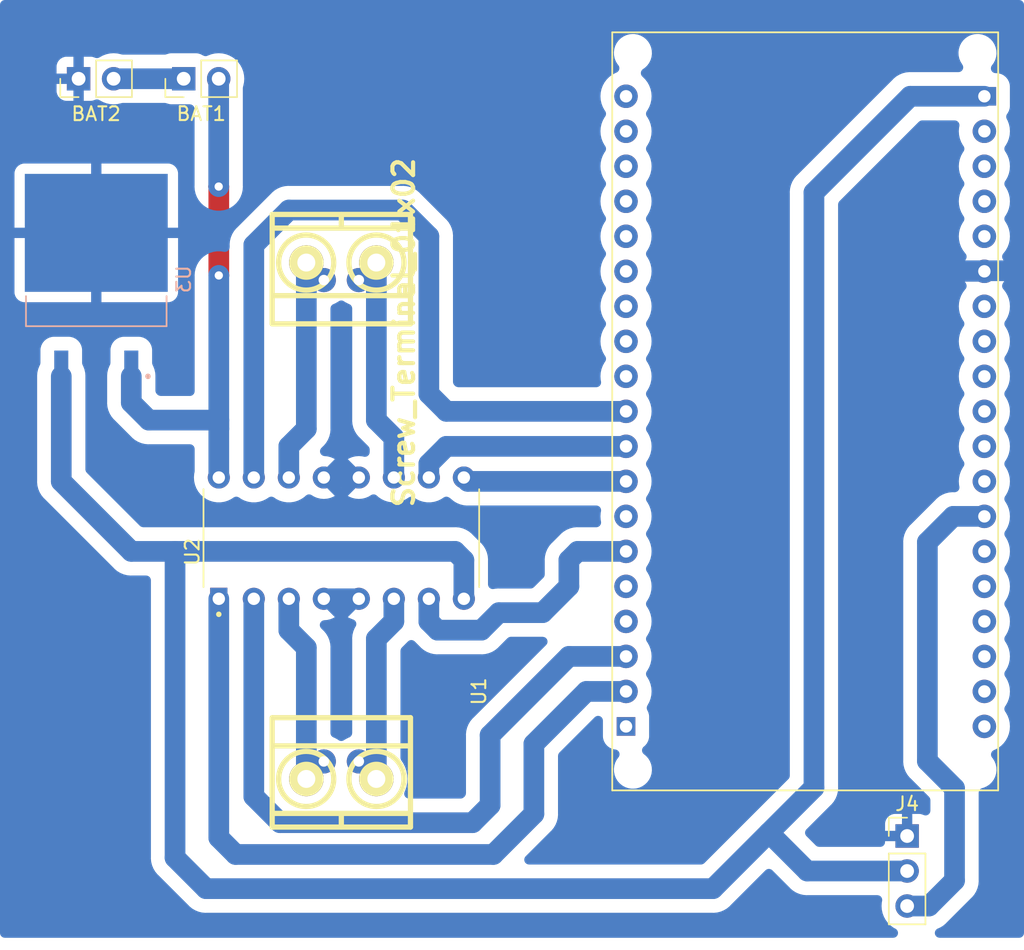
<source format=kicad_pcb>
(kicad_pcb (version 20221018) (generator pcbnew)
  (layers (0 "F.Cu" signal) (31 "B.Cu" signal) (34 "B.Paste" user) (35 "F.Paste" user) (36 "B.SilkS" user "B.Silkscreen") (37 "F.SilkS" user "F.Silkscreen") (38 "B.Mask" user) (39 "F.Mask" user) (44 "Edge.Cuts" user))
  (net 0 "")
  (net 7 "32")
  (net 27 "GNC")
  (net 28 "+7.5V")
  (net 29 "GND")
  (net 31 "Enable 1(23)")
  (net 34 "Motor 1(22)")
  (net 35 "Motor 1(21)")
  (net 37 "Motor 2(5)")
  (net 38 "+5V")
  (net 39 "Net-(J1-Pin_1)")
  (net 40 "Net-(J1-Pin_2)")
  (net 41 "Net-(J2-Pin_1)")
  (net 42 "Net-(J2-Pin_2)")
  (net 43 "Enable 2(19)")
  (net 44 "Motor 2(18)")
  (footprint "EESTN5:BORNERA2_DUO" (layer "F.Cu") (at 143.51 50.165 180)
    (fp_text reference "J2" hide)
    (fp_text value "Screw_Terminal_01x02" (at -4.5275 -5.08 270) (layer "F.SilkS") (effects (font (size 1.5 1.5) (thickness 0.3))))
    (fp_line (start -5.0165 -4.445) (end -5.0165 3.4925) (stroke (width 0.381)) (layer "F.SilkS"))
    (fp_line (start -5 -2.4) (end 5 -2.4) (stroke (width 0.381)) (layer "F.SilkS"))
    (fp_line (start -5 2.5) (end 5 2.5) (stroke (width 0.381)) (layer "F.SilkS"))
    (fp_line (start -4.9835 3.4925) (end 5.0165 3.4925) (stroke (width 0.381)) (layer "F.SilkS"))
    (fp_line (start 0 2.54) (end 0 3.4845) (stroke (width 0.381)) (layer "F.SilkS"))
    (fp_line (start 5.0165 -4.445) (end -4.9835 -4.445) (stroke (width 0.381)) (layer "F.SilkS"))
    (fp_line (start 5.0165 3.4925) (end 5.0165 -4.445) (stroke (width 0.381)) (layer "F.SilkS"))
    (fp_circle (center -2.55 0) (end -0.55 0) (stroke (width 0.381)) (fill none) (layer "F.SilkS"))
    (fp_circle (center 2.55 0) (end 0.55 0) (stroke (width 0.381)) (fill none) (layer "F.SilkS"))
    (pad "1" thru_hole circle (at -2.54 0 180) (size 2.5 2.5) (drill 1.3) (layers "*.Cu" "*.Mask" "F.SilkS") (net 41 "Net-(J2-Pin_1)"))
    (pad "1" thru_hole circle (at -1.27 -1.27 180) (size 1.75 1.75) (drill 0.762) (layers "*.Cu" "*.Mask") (net 41 "Net-(J2-Pin_1)"))
    (pad "2" thru_hole circle (at 1.27 -1.27 180) (size 1.75 1.75) (drill 0.762) (layers "*.Cu" "*.Mask") (net 42 "Net-(J2-Pin_2)"))
    (pad "2" thru_hole circle (at 2.54 0 180) (size 2.5 2.5) (drill 1.3) (layers "*.Cu" "*.Mask" "F.SilkS") (net 42 "Net-(J2-Pin_2)"))
  )
  (footprint "ESP32_NODEMCU:MODULE_ESP32_NODEMCU" (layer "F.Cu") (at 177.165 60.96 180)
    (fp_text reference "U1" (at 23.67 -20.32 270) (layer "F.SilkS"))
    (fp_text value "ESP32_NODEMCU")
    (fp_line (start -14 -27.5) (end -14 27.5) (stroke (width 0.127)) (layer "F.SilkS"))
    (fp_line (start -14 -27.5) (end 14 -27.5) (stroke (width 0.127)) (layer "F.SilkS"))
    (fp_line (start -14 27.5) (end 14 27.5) (stroke (width 0.127)) (layer "F.SilkS"))
    (fp_line (start 14 -27.5) (end 14 27.5) (stroke (width 0.127)) (layer "F.SilkS"))
    (pad "" np_thru_hole circle (at -12.5 -26 180) (size 2.25 2.25) (drill 2.25) (layers "*.Cu" "*.Mask"))
    (pad "" np_thru_hole circle (at -12.5 26 180) (size 2.25 2.25) (drill 2.25) (layers "*.Cu" "*.Mask"))
    (pad "" np_thru_hole circle (at 12.5 -26 180) (size 2.25 2.25) (drill 2.25) (layers "*.Cu" "*.Mask"))
    (pad "" np_thru_hole circle (at 12.5 26 180) (size 2.25 2.25) (drill 2.25) (layers "*.Cu" "*.Mask"))
    (pad "J4_1" thru_hole rect (at 13 -22.86 180) (size 1.35 1.35) (drill 0.9) (layers "*.Cu" "*.Mask"))
    (pad "J4_2" thru_hole circle (at 13 -20.32 180) (size 1.7 1.7) (drill 0.9) (layers "*.Cu" "*.Mask") (net 31 "Enable 1(23)"))
    (pad "J4_3" thru_hole circle (at 13 -17.78 180) (size 1.7 1.7) (drill 0.9) (layers "*.Cu" "*.Mask") (net 34 "Motor 1(22)"))
    (pad "J4_4" thru_hole circle (at 13 -15.24 180) (size 1.7 1.7) (drill 0.9) (layers "*.Cu" "*.Mask"))
    (pad "J4_5" thru_hole circle (at 13 -12.7 180) (size 1.7 1.7) (drill 0.9) (layers "*.Cu" "*.Mask"))
    (pad "J4_6" thru_hole circle (at 13 -10.16 180) (size 1.7 1.7) (drill 0.9) (layers "*.Cu" "*.Mask") (net 35 "Motor 1(21)"))
    (pad "J4_7" thru_hole circle (at 13 -7.62 180) (size 1.7 1.7) (drill 0.9) (layers "*.Cu" "*.Mask"))
    (pad "J4_8" thru_hole circle (at 13 -5.08 180) (size 1.7 1.7) (drill 0.9) (layers "*.Cu" "*.Mask") (net 43 "Enable 2(19)"))
    (pad "J4_9" thru_hole circle (at 13 -2.54 180) (size 1.7 1.7) (drill 0.9) (layers "*.Cu" "*.Mask") (net 44 "Motor 2(18)"))
    (pad "J4_10" thru_hole circle (at 13 0 180) (size 1.7 1.7) (drill 0.9) (layers "*.Cu" "*.Mask") (net 37 "Motor 2(5)"))
    (pad "J4_11" thru_hole circle (at 13 2.54 180) (size 1.7 1.7) (drill 0.9) (layers "*.Cu" "*.Mask"))
    (pad "J4_12" thru_hole circle (at 13 5.08 180) (size 1.7 1.7) (drill 0.9) (layers "*.Cu" "*.Mask"))
    (pad "J4_13" thru_hole circle (at 13 7.62 180) (size 1.7 1.7) (drill 0.9) (layers "*.Cu" "*.Mask"))
    (pad "J4_14" thru_hole circle (at 13 10.16 180) (size 1.7 1.7) (drill 0.9) (layers "*.Cu" "*.Mask"))
    (pad "J4_15" thru_hole circle (at 13 12.7 180) (size 1.7 1.7) (drill 0.9) (layers "*.Cu" "*.Mask"))
    (pad "J4_16" thru_hole circle (at 13 15.24 180) (size 1.7 1.7) (drill 0.9) (layers "*.Cu" "*.Mask"))
    (pad "J4_17" thru_hole circle (at 13 17.78 180) (size 1.7 1.7) (drill 0.9) (layers "*.Cu" "*.Mask"))
    (pad "J4_18" thru_hole circle (at 13 20.32 180) (size 1.7 1.7) (drill 0.9) (layers "*.Cu" "*.Mask"))
    (pad "J4_19" thru_hole circle (at 13 22.86 180) (size 1.7 1.7) (drill 0.9) (layers "*.Cu" "*.Mask"))
    (pad "J5_1" thru_hole rect (at -13 22.86 180) (size 1.7 1.35) (drill 0.9) (layers "*.Cu" "*.Mask") (net 38 "+5V"))
    (pad "J5_2" thru_hole circle (at -13 20.32 180) (size 1.7 1.7) (drill 0.9) (layers "*.Cu" "*.Mask"))
    (pad "J5_3" thru_hole circle (at -13 17.78 180) (size 1.7 1.7) (drill 0.9) (layers "*.Cu" "*.Mask"))
    (pad "J5_4" thru_hole circle (at -13 15.24 180) (size 1.7 1.7) (drill 0.9) (layers "*.Cu" "*.Mask"))
    (pad "J5_5" thru_hole circle (at -13 12.7 180) (size 1.7 1.7) (drill 0.9) (layers "*.Cu" "*.Mask"))
    (pad "J5_6" thru_hole circle (at -13 10.16 180) (size 1.7 1.7) (drill 0.9) (layers "*.Cu" "*.Mask") (net 29 "GND"))
    (pad "J5_7" thru_hole circle (at -13 7.62 180) (size 1.7 1.7) (drill 0.9) (layers "*.Cu" "*.Mask"))
    (pad "J5_8" thru_hole circle (at -13 5.08 180) (size 1.7 1.7) (drill 0.9) (layers "*.Cu" "*.Mask"))
    (pad "J5_9" thru_hole circle (at -13 2.54 180) (size 1.7 1.7) (drill 0.9) (layers "*.Cu" "*.Mask"))
    (pad "J5_10" thru_hole circle (at -13 0 180) (size 1.7 1.7) (drill 0.9) (layers "*.Cu" "*.Mask"))
    (pad "J5_11" thru_hole circle (at -13 -2.54 180) (size 1.7 1.7) (drill 0.9) (layers "*.Cu" "*.Mask"))
    (pad "J5_12" thru_hole circle (at -13 -5.08 180) (size 1.7 1.7) (drill 0.9) (layers "*.Cu" "*.Mask"))
    (pad "J5_13" thru_hole circle (at -13 -7.62 180) (size 1.7 1.7) (drill 0.9) (layers "*.Cu" "*.Mask") (net 7 "32"))
    (pad "J5_14" thru_hole circle (at -13 -10.16 180) (size 1.7 1.7) (drill 0.9) (layers "*.Cu" "*.Mask"))
    (pad "J5_15" thru_hole circle (at -13 -12.7 180) (size 1.7 1.7) (drill 0.9) (layers "*.Cu" "*.Mask"))
    (pad "J5_16" thru_hole circle (at -13 -15.24 180) (size 1.7 1.7) (drill 0.9) (layers "*.Cu" "*.Mask"))
    (pad "J5_17" thru_hole circle (at -13 -17.78 180) (size 1.7 1.7) (drill 0.9) (layers "*.Cu" "*.Mask"))
    (pad "J5_18" thru_hole circle (at -13 -20.32 180) (size 1.7 1.7) (drill 0.9) (layers "*.Cu" "*.Mask"))
    (pad "J5_19" thru_hole circle (at -13 -22.86 180) (size 1.7 1.7) (drill 0.9) (layers "*.Cu" "*.Mask"))
  )
  (footprint "Connector_PinHeader_2.54mm:PinHeader_1x02_P2.54mm_Vertical" (layer "F.Cu") (at 124.4475 36.83 90)
    (fp_text reference "BAT2" (at -2.545 1.27) (layer "F.SilkS"))
    (fp_text value "Conn_01x02_Pin" hide)
    (fp_line (start -1.33 -1.33) (end 0 -1.33) (stroke (width 0.12)) (layer "F.SilkS"))
    (fp_line (start -1.33 0) (end -1.33 -1.33) (stroke (width 0.12)) (layer "F.SilkS"))
    (fp_line (start -1.33 1.27) (end -1.33 3.87) (stroke (width 0.12)) (layer "F.SilkS"))
    (fp_line (start -1.33 1.27) (end 1.33 1.27) (stroke (width 0.12)) (layer "F.SilkS"))
    (fp_line (start -1.33 3.87) (end 1.33 3.87) (stroke (width 0.12)) (layer "F.SilkS"))
    (fp_line (start 1.33 1.27) (end 1.33 3.87) (stroke (width 0.12)) (layer "F.SilkS"))
    (pad "1" thru_hole rect (at 0 0 90) (size 1.7 1.7) (drill 1) (layers "*.Cu" "*.Mask") (net 29 "GND"))
    (pad "2" thru_hole oval (at 0 2.54 90) (size 1.7 1.7) (drill 1) (layers "*.Cu" "*.Mask") (net 27 "GNC"))
  )
  (footprint "Connector_PinHeader_2.54mm:PinHeader_1x02_P2.54mm_Vertical" (layer "F.Cu") (at 132.0725 36.83 90)
    (fp_text reference "BAT1" (at -2.54 1.27) (layer "F.SilkS"))
    (fp_text value "Conn_01x02_Pin" hide)
    (fp_line (start -1.33 -1.33) (end 0 -1.33) (stroke (width 0.12)) (layer "F.SilkS"))
    (fp_line (start -1.33 0) (end -1.33 -1.33) (stroke (width 0.12)) (layer "F.SilkS"))
    (fp_line (start -1.33 1.27) (end -1.33 3.87) (stroke (width 0.12)) (layer "F.SilkS"))
    (fp_line (start -1.33 1.27) (end 1.33 1.27) (stroke (width 0.12)) (layer "F.SilkS"))
    (fp_line (start -1.33 3.87) (end 1.33 3.87) (stroke (width 0.12)) (layer "F.SilkS"))
    (fp_line (start 1.33 1.27) (end 1.33 3.87) (stroke (width 0.12)) (layer "F.SilkS"))
    (pad "1" thru_hole rect (at 0 0 90) (size 1.7 1.7) (drill 1) (layers "*.Cu" "*.Mask") (net 27 "GNC"))
    (pad "2" thru_hole oval (at 0 2.54 90) (size 1.7 1.7) (drill 1) (layers "*.Cu" "*.Mask") (net 28 "+7.5V"))
  )
  (footprint "EESTN5:BORNERA2_DUO" (layer "F.Cu") (at 143.51 87.63)
    (fp_text reference "J1" hide)
    (fp_text value "Screw_Terminal_01x02" hide)
    (fp_line (start -5.0165 -4.445) (end -5.0165 3.4925) (stroke (width 0.381)) (layer "F.SilkS"))
    (fp_line (start -5 -2.4) (end 5 -2.4) (stroke (width 0.381)) (layer "F.SilkS"))
    (fp_line (start -5 2.5) (end 5 2.5) (stroke (width 0.381)) (layer "F.SilkS"))
    (fp_line (start -4.9835 3.4925) (end 5.0165 3.4925) (stroke (width 0.381)) (layer "F.SilkS"))
    (fp_line (start 0 2.54) (end 0 3.4845) (stroke (width 0.381)) (layer "F.SilkS"))
    (fp_line (start 5.0165 -4.445) (end -4.9835 -4.445) (stroke (width 0.381)) (layer "F.SilkS"))
    (fp_line (start 5.0165 3.4925) (end 5.0165 -4.445) (stroke (width 0.381)) (layer "F.SilkS"))
    (fp_circle (center -2.55 0) (end -0.55 0) (stroke (width 0.381)) (fill none) (layer "F.SilkS"))
    (fp_circle (center 2.55 0) (end 0.55 0) (stroke (width 0.381)) (fill none) (layer "F.SilkS"))
    (pad "1" thru_hole circle (at -2.54 0) (size 2.5 2.5) (drill 1.3) (layers "*.Cu" "*.Mask" "F.SilkS") (net 39 "Net-(J1-Pin_1)"))
    (pad "1" thru_hole circle (at -1.27 -1.27) (size 1.75 1.75) (drill 0.762) (layers "*.Cu" "*.Mask") (net 39 "Net-(J1-Pin_1)"))
    (pad "2" thru_hole circle (at 1.27 -1.27) (size 1.75 1.75) (drill 0.762) (layers "*.Cu" "*.Mask") (net 40 "Net-(J1-Pin_2)"))
    (pad "2" thru_hole circle (at 2.54 0) (size 2.5 2.5) (drill 1.3) (layers "*.Cu" "*.Mask" "F.SilkS") (net 40 "Net-(J1-Pin_2)"))
  )
  (footprint "Connector_PinHeader_2.54mm:PinHeader_1x03_P2.54mm_Vertical" (layer "F.Cu") (at 184.56 91.77)
    (fp_text reference "J4" (at 0 -2.33) (layer "F.SilkS"))
    (fp_text value "Conn_01x03_Pin")
    (fp_line (start -1.33 -1.33) (end 0 -1.33) (stroke (width 0.12)) (layer "F.SilkS"))
    (fp_line (start -1.33 0) (end -1.33 -1.33) (stroke (width 0.12)) (layer "F.SilkS"))
    (fp_line (start -1.33 1.27) (end -1.33 6.41) (stroke (width 0.12)) (layer "F.SilkS"))
    (fp_line (start -1.33 1.27) (end 1.33 1.27) (stroke (width 0.12)) (layer "F.SilkS"))
    (fp_line (start -1.33 6.41) (end 1.33 6.41) (stroke (width 0.12)) (layer "F.SilkS"))
    (fp_line (start 1.33 1.27) (end 1.33 6.41) (stroke (width 0.12)) (layer "F.SilkS"))
    (pad "1" thru_hole rect (at 0 0) (size 1.7 1.7) (drill 1) (layers "*.Cu" "*.Mask") (net 29 "GND"))
    (pad "2" thru_hole oval (at 0 2.54) (size 1.7 1.7) (drill 1) (layers "*.Cu" "*.Mask") (net 38 "+5V"))
    (pad "3" thru_hole oval (at 0 5.08) (size 1.7 1.7) (drill 1) (layers "*.Cu" "*.Mask") (net 7 "32"))
  )
  (footprint "L293D:DIP880W50P254L2000H510Q16" (layer "F.Cu") (at 143.51 70.16 90)
    (fp_text reference "U2" (at -1 -10.812 90) (layer "F.SilkS"))
    (fp_text value "L293D")
    (fp_line (start -3.55 -10) (end 3.55 -10) (stroke (width 0.127)) (layer "F.SilkS"))
    (fp_line (start -3.55 10) (end 3.55 10) (stroke (width 0.127)) (layer "F.SilkS"))
    (fp_circle (center -5.525 -8.89) (end -5.425 -8.89) (stroke (width 0.2)) (fill none) (layer "F.SilkS"))
    (pad "1" thru_hole rect (at -4.4 -8.89 90) (size 1.6 1.25) (drill 0.9) (layers "*.Cu" "*.Mask") (net 31 "Enable 1(23)"))
    (pad "2" thru_hole circle (at -4.4 -6.35 90) (size 1.6 1.6) (drill 0.9) (layers "*.Cu" "*.Mask") (net 34 "Motor 1(22)"))
    (pad "3" thru_hole circle (at -4.4 -3.81 90) (size 1.6 1.6) (drill 0.9) (layers "*.Cu" "*.Mask") (net 39 "Net-(J1-Pin_1)"))
    (pad "4" thru_hole circle (at -4.4 -1.27 90) (size 1.6 1.6) (drill 0.9) (layers "*.Cu" "*.Mask") (net 29 "GND"))
    (pad "5" thru_hole circle (at -4.4 1.27 90) (size 1.6 1.6) (drill 0.9) (layers "*.Cu" "*.Mask") (net 29 "GND"))
    (pad "6" thru_hole circle (at -4.4 3.81 90) (size 1.6 1.6) (drill 0.9) (layers "*.Cu" "*.Mask") (net 40 "Net-(J1-Pin_2)"))
    (pad "7" thru_hole circle (at -4.4 6.35 90) (size 1.6 1.6) (drill 0.9) (layers "*.Cu" "*.Mask") (net 35 "Motor 1(21)"))
    (pad "8" thru_hole circle (at -4.4 8.89 90) (size 1.6 1.6) (drill 0.9) (layers "*.Cu" "*.Mask") (net 38 "+5V"))
    (pad "9" thru_hole circle (at 4.4 8.89 90) (size 1.6 1.6) (drill 0.9) (layers "*.Cu" "*.Mask") (net 43 "Enable 2(19)"))
    (pad "10" thru_hole circle (at 4.4 6.35 90) (size 1.6 1.6) (drill 0.9) (layers "*.Cu" "*.Mask") (net 44 "Motor 2(18)"))
    (pad "11" thru_hole circle (at 4.4 3.81 90) (size 1.6 1.6) (drill 0.9) (layers "*.Cu" "*.Mask") (net 41 "Net-(J2-Pin_1)"))
    (pad "12" thru_hole circle (at 4.4 1.27 90) (size 1.6 1.6) (drill 0.9) (layers "*.Cu" "*.Mask") (net 29 "GND"))
    (pad "13" thru_hole circle (at 4.4 -1.27 90) (size 1.6 1.6) (drill 0.9) (layers "*.Cu" "*.Mask") (net 29 "GND"))
    (pad "14" thru_hole circle (at 4.4 -3.81 90) (size 1.6 1.6) (drill 0.9) (layers "*.Cu" "*.Mask") (net 42 "Net-(J2-Pin_2)"))
    (pad "15" thru_hole circle (at 4.4 -6.35 90) (size 1.6 1.6) (drill 0.9) (layers "*.Cu" "*.Mask") (net 37 "Motor 2(5)"))
    (pad "16" thru_hole circle (at 4.4 -8.89 90) (size 1.6 1.6) (drill 0.9) (layers "*.Cu" "*.Mask") (net 28 "+7.5V"))
  )
  (footprint "L7805CD2T:TO254P1542X460-3N" (layer "B.Cu") (at 125.73 52.01 90)
    (fp_text reference "U3" (at 0.635 6.35 90) (layer "B.SilkS") (effects (justify mirror)))
    (fp_text value "L7805CD2T")
    (fp_line (start -2.7725 -5.1) (end -2.7725 5.1) (stroke (width 0.127)) (layer "B.SilkS"))
    (fp_line (start -2.7725 -5.1) (end -0.5935 -5.1) (stroke (width 0.127)) (layer "B.SilkS"))
    (fp_line (start -2.7725 5.1) (end -0.5935 5.1) (stroke (width 0.127)) (layer "B.SilkS"))
    (fp_circle (center -6.41 3.75) (end -6.31 3.75) (stroke (width 0.2)) (fill none) (layer "B.SilkS"))
    (pad "1" smd rect (at -6.41 2.54 90) (size 3.74 1.02) (layers "B.Cu" "B.Paste" "B.Mask") (net 28 "+7.5V"))
    (pad "2" smd rect (at -6.41 -2.54 90) (size 3.74 1.02) (layers "B.Cu" "B.Paste" "B.Mask") (net 38 "+5V"))
    (pad "3" smd rect (at 4 0 90) (size 8.56 10.37) (layers "B.Cu" "B.Mask") (net 29 "GND"))
  )
  (segment (start 187.9 68.58) (end 186.03 70.45) (width 1.5) (layer "B.Cu") (net 7))
  (segment (start 186.03 70.45) (end 186.03 86.330204) (width 1.5) (layer "B.Cu") (net 7))
  (segment (start 190.165 68.58) (end 187.9 68.58) (width 1.5) (layer "B.Cu") (net 7))
  (segment (start 188 95) (end 186.15 96.85) (width 1.5) (layer "B.Cu") (net 7))
  (segment (start 188 88.300204) (end 188 95) (width 1.5) (layer "B.Cu") (net 7))
  (segment (start 186.15 96.85) (end 184.56 96.85) (width 1.5) (layer "B.Cu") (net 7))
  (segment (start 186.03 86.330204) (end 188 88.300204) (width 1.5) (layer "B.Cu") (net 7))
  (segment (start 132.08 36.83) (end 126.995 36.83) (width 1.5) (layer "B.Cu") (net 27))
  (segment (start 134.62 44.6575) (end 134.62 51.1) (width 1.5) (layer "F.Cu") (net 28))
  (segment (start 134.6125 44.65) (end 134.62 44.6575) (width 1.5) (layer "F.Cu") (net 28))
  (via (at 134.6125 44.65) (size 1.5) (drill 0.6) (layers "F.Cu" "B.Cu") (net 28))
  (via (at 134.62 51.1) (size 1.5) (drill 0.6) (layers "F.Cu" "B.Cu") (net 28))
  (segment (start 128.27 58.42) (end 128.27 60.325) (width 1.5) (layer "B.Cu") (net 28))
  (segment (start 134.6125 44.65) (end 134.6125 36.83) (width 1.5) (layer "B.Cu") (net 28))
  (segment (start 134.62 62.23) (end 134.62 65.76) (width 1.5) (layer "B.Cu") (net 28))
  (segment (start 128.27 60.325) (end 129.54 61.595) (width 1.5) (layer "B.Cu") (net 28))
  (segment (start 134.62 51.1) (end 134.62 62.23) (width 1.5) (layer "B.Cu") (net 28))
  (segment (start 134.62 61.595) (end 134.62 62.23) (width 1.5) (layer "B.Cu") (net 28))
  (segment (start 129.54 61.595) (end 134.62 61.595) (width 1.5) (layer "B.Cu") (net 28))
  (segment (start 190.165 50.8) (end 187.28 50.8) (width 1.5) (layer "B.Cu") (net 29))
  (segment (start 191.94 50.76) (end 191.97 50.73) (width 1.5) (layer "B.Cu") (net 29))
  (segment (start 142.24 65.76) (end 144.78 65.76) (width 1.5) (layer "B.Cu") (net 29))
  (segment (start 187.28 50.8) (end 187.24 50.76) (width 1.5) (layer "B.Cu") (net 29))
  (segment (start 187.24 50.76) (end 191.94 50.76) (width 1.5) (layer "B.Cu") (net 29))
  (segment (start 142.24 74.56) (end 144.78 74.56) (width 1.5) (layer "B.Cu") (net 29))
  (segment (start 157.48 90.17) (end 157.48 85.09) (width 1.5) (layer "B.Cu") (net 31))
  (segment (start 134.62 91.89) (end 135.84 93.11) (width 1.5) (layer "B.Cu") (net 31))
  (segment (start 134.62 74.56) (end 134.62 91.89) (width 1.5) (layer "B.Cu") (net 31))
  (segment (start 154.54 93.11) (end 157.48 90.17) (width 1.5) (layer "B.Cu") (net 31))
  (segment (start 161.29 81.28) (end 164.165 81.28) (width 1.5) (layer "B.Cu") (net 31))
  (segment (start 135.84 93.11) (end 154.54 93.11) (width 1.5) (layer "B.Cu") (net 31))
  (segment (start 157.48 85.09) (end 161.29 81.28) (width 1.5) (layer "B.Cu") (net 31))
  (segment (start 160.02 78.74) (end 154.305 84.455) (width 1.5) (layer "B.Cu") (net 34))
  (segment (start 139.065 90.805) (end 137.16 88.9) (width 1.5) (layer "B.Cu") (net 34))
  (segment (start 154.305 84.455) (end 154.305 89.535) (width 1.5) (layer "B.Cu") (net 34))
  (segment (start 137.16 88.9) (end 137.16 74.56) (width 1.5) (layer "B.Cu") (net 34))
  (segment (start 154.305 89.535) (end 153.035 90.805) (width 1.5) (layer "B.Cu") (net 34))
  (segment (start 164.165 78.74) (end 160.02 78.74) (width 1.5) (layer "B.Cu") (net 34))
  (segment (start 153.035 90.805) (end 139.065 90.805) (width 1.5) (layer "B.Cu") (net 34))
  (segment (start 160.655 71.12) (end 164.165 71.12) (width 1.5) (layer "B.Cu") (net 35))
  (segment (start 158.115 75.565) (end 160.02 73.66) (width 1.5) (layer "B.Cu") (net 35))
  (segment (start 153.67 76.835) (end 154.94 75.565) (width 1.5) (layer "B.Cu") (net 35))
  (segment (start 150.495 76.835) (end 153.67 76.835) (width 1.5) (layer "B.Cu") (net 35))
  (segment (start 160.02 73.66) (end 160.02 71.755) (width 1.5) (layer "B.Cu") (net 35))
  (segment (start 160.02 71.755) (end 160.655 71.12) (width 1.5) (layer "B.Cu") (net 35))
  (segment (start 149.86 74.56) (end 149.86 76.2) (width 1.5) (layer "B.Cu") (net 35))
  (segment (start 149.86 76.2) (end 150.495 76.835) (width 1.5) (layer "B.Cu") (net 35))
  (segment (start 154.94 75.565) (end 158.115 75.565) (width 1.5) (layer "B.Cu") (net 35))
  (segment (start 149.86 59.69) (end 151.13 60.96) (width 1.5) (layer "B.Cu") (net 37))
  (segment (start 137.16 48.895) (end 139.7 46.355) (width 1.5) (layer "B.Cu") (net 37))
  (segment (start 139.7 46.355) (end 147.955 46.355) (width 1.5) (layer "B.Cu") (net 37))
  (segment (start 147.955 46.355) (end 149.86 48.26) (width 1.5) (layer "B.Cu") (net 37))
  (segment (start 151.13 60.96) (end 164.165 60.96) (width 1.5) (layer "B.Cu") (net 37))
  (segment (start 149.86 48.26) (end 149.86 59.69) (width 1.5) (layer "B.Cu") (net 37))
  (segment (start 137.16 65.76) (end 137.16 48.895) (width 1.5) (layer "B.Cu") (net 37))
  (segment (start 123.19 58.42) (end 123.19 66.04) (width 1.5) (layer "B.Cu") (net 38))
  (segment (start 184.785 38.1) (end 177.8 45.085) (width 1.5) (layer "B.Cu") (net 38))
  (segment (start 174.5325 91.5325) (end 170.475 95.59) (width 1.5) (layer "B.Cu") (net 38))
  (segment (start 152.4 74.56) (end 152.4 71.755) (width 1.5) (layer "B.Cu") (net 38))
  (segment (start 177.8 88.265) (end 174.5325 91.5325) (width 1.5) (layer "B.Cu") (net 38))
  (segment (start 190.165 38.1) (end 184.785 38.1) (width 1.5) (layer "B.Cu") (net 38))
  (segment (start 184.56 94.31) (end 177.31 94.31) (width 1.5) (layer "B.Cu") (net 38))
  (segment (start 152.4 71.755) (end 151.765 71.12) (width 1.5) (layer "B.Cu") (net 38))
  (segment (start 133.69 95.59) (end 131.445 93.345) (width 1.5) (layer "B.Cu") (net 38))
  (segment (start 177.31 94.31) (end 174.5325 91.5325) (width 1.5) (layer "B.Cu") (net 38))
  (segment (start 151.765 71.12) (end 131.445 71.12) (width 1.5) (layer "B.Cu") (net 38))
  (segment (start 170.475 95.59) (end 133.69 95.59) (width 1.5) (layer "B.Cu") (net 38))
  (segment (start 131.445 93.345) (end 131.445 71.12) (width 1.5) (layer "B.Cu") (net 38))
  (segment (start 131.445 71.12) (end 128.27 71.12) (width 1.5) (layer "B.Cu") (net 38))
  (segment (start 123.19 66.04) (end 128.27 71.12) (width 1.5) (layer "B.Cu") (net 38))
  (segment (start 177.8 45.085) (end 177.8 88.265) (width 1.5) (layer "B.Cu") (net 38))
  (segment (start 139.7 76.835) (end 140.97 78.105) (width 1.5) (layer "B.Cu") (net 39))
  (segment (start 140.97 78.105) (end 140.97 87.63) (width 1.5) (layer "B.Cu") (net 39))
  (segment (start 139.7 74.56) (end 139.7 76.835) (width 1.5) (layer "B.Cu") (net 39))
  (segment (start 147.32 74.56) (end 147.32 76.2) (width 1.5) (layer "B.Cu") (net 40))
  (segment (start 147.32 76.2) (end 146.05 77.47) (width 1.5) (layer "B.Cu") (net 40))
  (segment (start 146.05 77.47) (end 146.05 87.63) (width 1.5) (layer "B.Cu") (net 40))
  (segment (start 147.32 62.865) (end 147.32 65.76) (width 1.5) (layer "B.Cu") (net 41))
  (segment (start 146.05 61.595) (end 147.32 62.865) (width 1.5) (layer "B.Cu") (net 41))
  (segment (start 146.05 50.165) (end 146.05 61.595) (width 1.5) (layer "B.Cu") (net 41))
  (segment (start 140.97 50.165) (end 140.97 62.23) (width 1.5) (layer "B.Cu") (net 42))
  (segment (start 139.7 63.5) (end 139.7 65.76) (width 1.5) (layer "B.Cu") (net 42))
  (segment (start 140.97 62.23) (end 139.7 63.5) (width 1.5) (layer "B.Cu") (net 42))
  (segment (start 164.165 66.04) (end 152.68 66.04) (width 1.5) (layer "B.Cu") (net 43))
  (segment (start 152.68 66.04) (end 152.4 65.76) (width 1.5) (layer "B.Cu") (net 43))
  (segment (start 149.86 64.77) (end 149.86 65.76) (width 1.5) (layer "B.Cu") (net 44))
  (segment (start 151.13 63.5) (end 149.86 64.77) (width 1.5) (layer "B.Cu") (net 44))
  (segment (start 164.165 63.5) (end 151.13 63.5) (width 1.5) (layer "B.Cu") (net 44))
  (zone (net 29) (net_name "GND") (layer "B.Cu") (connect_pads (clearance 1)) (min_thickness 0.7) (fill yes (thermal_gap 0.75) (thermal_bridge_width 0.75) (island_removal_mode 2) (island_area_min 10))
    (polygon (pts (xy 193.04 31.115) (xy 118.745 31.115) (xy 118.745 99.155) (xy 193.04 99.155)))
  )
)
</source>
